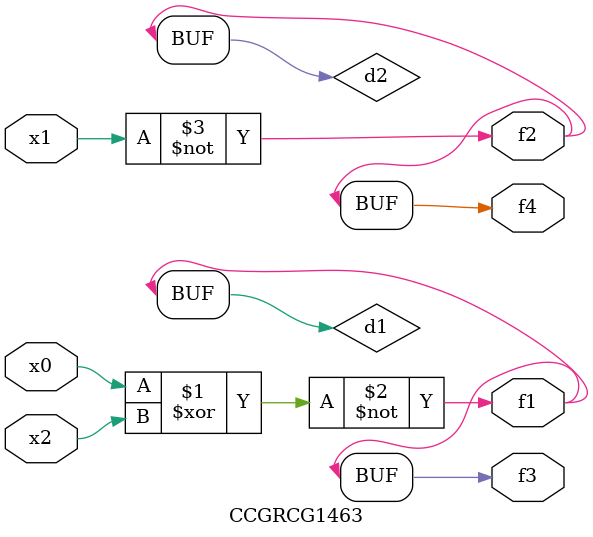
<source format=v>
module CCGRCG1463(
	input x0, x1, x2,
	output f1, f2, f3, f4
);

	wire d1, d2, d3;

	xnor (d1, x0, x2);
	nand (d2, x1);
	nor (d3, x1, x2);
	assign f1 = d1;
	assign f2 = d2;
	assign f3 = d1;
	assign f4 = d2;
endmodule

</source>
